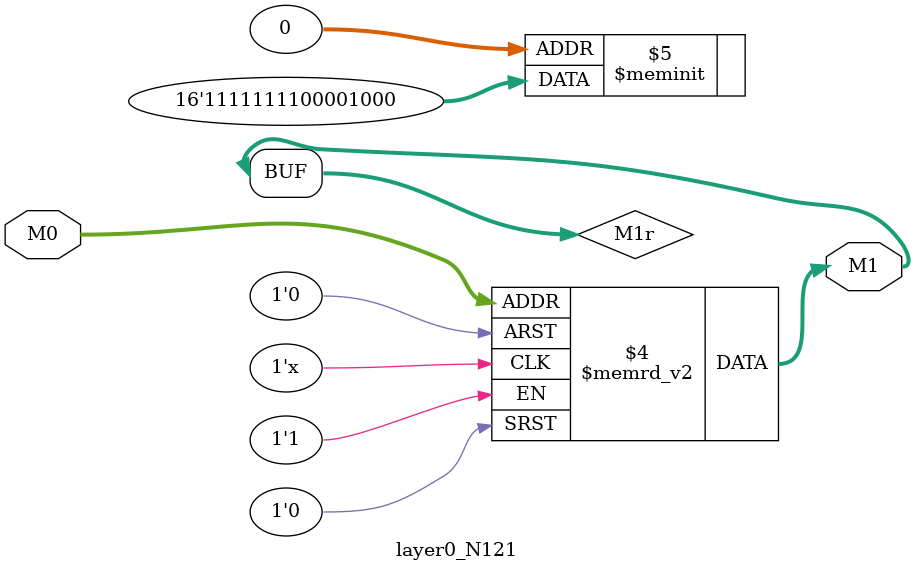
<source format=v>
module layer0_N121 ( input [2:0] M0, output [1:0] M1 );

	(*rom_style = "distributed" *) reg [1:0] M1r;
	assign M1 = M1r;
	always @ (M0) begin
		case (M0)
			3'b000: M1r = 2'b00;
			3'b100: M1r = 2'b11;
			3'b010: M1r = 2'b00;
			3'b110: M1r = 2'b11;
			3'b001: M1r = 2'b10;
			3'b101: M1r = 2'b11;
			3'b011: M1r = 2'b00;
			3'b111: M1r = 2'b11;

		endcase
	end
endmodule

</source>
